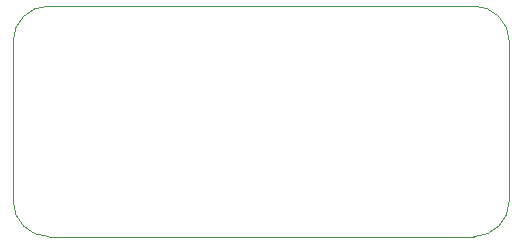
<source format=gbr>
%TF.GenerationSoftware,KiCad,Pcbnew,7.0.2-6a45011f42~172~ubuntu22.04.1*%
%TF.CreationDate,2023-05-13T15:44:37+12:00*%
%TF.ProjectId,KA1119,4b413131-3139-42e6-9b69-6361645f7063,rev?*%
%TF.SameCoordinates,Original*%
%TF.FileFunction,Profile,NP*%
%FSLAX46Y46*%
G04 Gerber Fmt 4.6, Leading zero omitted, Abs format (unit mm)*
G04 Created by KiCad (PCBNEW 7.0.2-6a45011f42~172~ubuntu22.04.1) date 2023-05-13 15:44:37*
%MOMM*%
%LPD*%
G01*
G04 APERTURE LIST*
%TA.AperFunction,Profile*%
%ADD10C,0.100000*%
%TD*%
G04 APERTURE END LIST*
D10*
X160704205Y-87215839D02*
X160709999Y-100690045D01*
X163724160Y-84190089D02*
X199694250Y-84190045D01*
X202720000Y-100690000D02*
X202720000Y-87210000D01*
X163735749Y-103710000D02*
X199700045Y-103715750D01*
X202720000Y-87210000D02*
G75*
G03*
X199694250Y-84190045I-3022851J-2896D01*
G01*
X199700045Y-103715750D02*
G75*
G03*
X202720000Y-100690000I-2896J3022851D01*
G01*
X160709999Y-100690045D02*
G75*
G03*
X163735749Y-103710000I3022851J2896D01*
G01*
X163724160Y-84190089D02*
G75*
G03*
X160704205Y-87215839I2896J-3022851D01*
G01*
M02*

</source>
